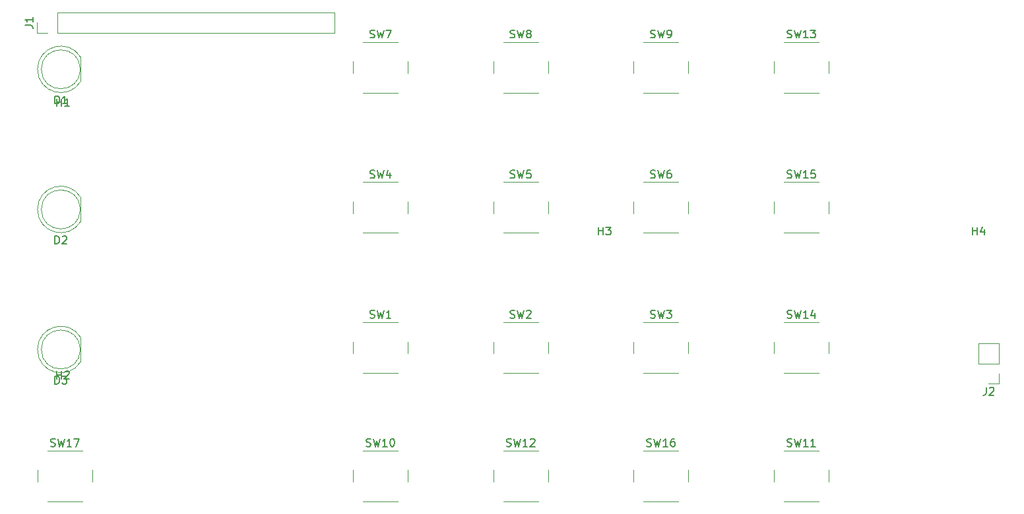
<source format=gbr>
%TF.GenerationSoftware,KiCad,Pcbnew,7.0.1-0*%
%TF.CreationDate,2024-08-11T08:47:00+01:00*%
%TF.ProjectId,Zero_1_Control_Panel,5a65726f-5f31-45f4-936f-6e74726f6c5f,rev?*%
%TF.SameCoordinates,Original*%
%TF.FileFunction,Legend,Top*%
%TF.FilePolarity,Positive*%
%FSLAX46Y46*%
G04 Gerber Fmt 4.6, Leading zero omitted, Abs format (unit mm)*
G04 Created by KiCad (PCBNEW 7.0.1-0) date 2024-08-11 08:47:00*
%MOMM*%
%LPD*%
G01*
G04 APERTURE LIST*
%ADD10C,0.150000*%
%ADD11C,0.120000*%
G04 APERTURE END LIST*
D10*
%TO.C,SW5*%
X116416667Y-73915000D02*
X116559524Y-73962619D01*
X116559524Y-73962619D02*
X116797619Y-73962619D01*
X116797619Y-73962619D02*
X116892857Y-73915000D01*
X116892857Y-73915000D02*
X116940476Y-73867380D01*
X116940476Y-73867380D02*
X116988095Y-73772142D01*
X116988095Y-73772142D02*
X116988095Y-73676904D01*
X116988095Y-73676904D02*
X116940476Y-73581666D01*
X116940476Y-73581666D02*
X116892857Y-73534047D01*
X116892857Y-73534047D02*
X116797619Y-73486428D01*
X116797619Y-73486428D02*
X116607143Y-73438809D01*
X116607143Y-73438809D02*
X116511905Y-73391190D01*
X116511905Y-73391190D02*
X116464286Y-73343571D01*
X116464286Y-73343571D02*
X116416667Y-73248333D01*
X116416667Y-73248333D02*
X116416667Y-73153095D01*
X116416667Y-73153095D02*
X116464286Y-73057857D01*
X116464286Y-73057857D02*
X116511905Y-73010238D01*
X116511905Y-73010238D02*
X116607143Y-72962619D01*
X116607143Y-72962619D02*
X116845238Y-72962619D01*
X116845238Y-72962619D02*
X116988095Y-73010238D01*
X117321429Y-72962619D02*
X117559524Y-73962619D01*
X117559524Y-73962619D02*
X117750000Y-73248333D01*
X117750000Y-73248333D02*
X117940476Y-73962619D01*
X117940476Y-73962619D02*
X118178572Y-72962619D01*
X119035714Y-72962619D02*
X118559524Y-72962619D01*
X118559524Y-72962619D02*
X118511905Y-73438809D01*
X118511905Y-73438809D02*
X118559524Y-73391190D01*
X118559524Y-73391190D02*
X118654762Y-73343571D01*
X118654762Y-73343571D02*
X118892857Y-73343571D01*
X118892857Y-73343571D02*
X118988095Y-73391190D01*
X118988095Y-73391190D02*
X119035714Y-73438809D01*
X119035714Y-73438809D02*
X119083333Y-73534047D01*
X119083333Y-73534047D02*
X119083333Y-73772142D01*
X119083333Y-73772142D02*
X119035714Y-73867380D01*
X119035714Y-73867380D02*
X118988095Y-73915000D01*
X118988095Y-73915000D02*
X118892857Y-73962619D01*
X118892857Y-73962619D02*
X118654762Y-73962619D01*
X118654762Y-73962619D02*
X118559524Y-73915000D01*
X118559524Y-73915000D02*
X118511905Y-73867380D01*
%TO.C,H1*%
X58238095Y-64762619D02*
X58238095Y-63762619D01*
X58238095Y-64238809D02*
X58809523Y-64238809D01*
X58809523Y-64762619D02*
X58809523Y-63762619D01*
X59809523Y-64762619D02*
X59238095Y-64762619D01*
X59523809Y-64762619D02*
X59523809Y-63762619D01*
X59523809Y-63762619D02*
X59428571Y-63905476D01*
X59428571Y-63905476D02*
X59333333Y-64000714D01*
X59333333Y-64000714D02*
X59238095Y-64048333D01*
%TO.C,J2*%
X177466666Y-100852619D02*
X177466666Y-101566904D01*
X177466666Y-101566904D02*
X177419047Y-101709761D01*
X177419047Y-101709761D02*
X177323809Y-101805000D01*
X177323809Y-101805000D02*
X177180952Y-101852619D01*
X177180952Y-101852619D02*
X177085714Y-101852619D01*
X177895238Y-100947857D02*
X177942857Y-100900238D01*
X177942857Y-100900238D02*
X178038095Y-100852619D01*
X178038095Y-100852619D02*
X178276190Y-100852619D01*
X178276190Y-100852619D02*
X178371428Y-100900238D01*
X178371428Y-100900238D02*
X178419047Y-100947857D01*
X178419047Y-100947857D02*
X178466666Y-101043095D01*
X178466666Y-101043095D02*
X178466666Y-101138333D01*
X178466666Y-101138333D02*
X178419047Y-101281190D01*
X178419047Y-101281190D02*
X177847619Y-101852619D01*
X177847619Y-101852619D02*
X178466666Y-101852619D01*
%TO.C,J1*%
X54132619Y-54333333D02*
X54846904Y-54333333D01*
X54846904Y-54333333D02*
X54989761Y-54380952D01*
X54989761Y-54380952D02*
X55085000Y-54476190D01*
X55085000Y-54476190D02*
X55132619Y-54619047D01*
X55132619Y-54619047D02*
X55132619Y-54714285D01*
X55132619Y-53333333D02*
X55132619Y-53904761D01*
X55132619Y-53619047D02*
X54132619Y-53619047D01*
X54132619Y-53619047D02*
X54275476Y-53714285D01*
X54275476Y-53714285D02*
X54370714Y-53809523D01*
X54370714Y-53809523D02*
X54418333Y-53904761D01*
%TO.C,SW3*%
X134416667Y-91915000D02*
X134559524Y-91962619D01*
X134559524Y-91962619D02*
X134797619Y-91962619D01*
X134797619Y-91962619D02*
X134892857Y-91915000D01*
X134892857Y-91915000D02*
X134940476Y-91867380D01*
X134940476Y-91867380D02*
X134988095Y-91772142D01*
X134988095Y-91772142D02*
X134988095Y-91676904D01*
X134988095Y-91676904D02*
X134940476Y-91581666D01*
X134940476Y-91581666D02*
X134892857Y-91534047D01*
X134892857Y-91534047D02*
X134797619Y-91486428D01*
X134797619Y-91486428D02*
X134607143Y-91438809D01*
X134607143Y-91438809D02*
X134511905Y-91391190D01*
X134511905Y-91391190D02*
X134464286Y-91343571D01*
X134464286Y-91343571D02*
X134416667Y-91248333D01*
X134416667Y-91248333D02*
X134416667Y-91153095D01*
X134416667Y-91153095D02*
X134464286Y-91057857D01*
X134464286Y-91057857D02*
X134511905Y-91010238D01*
X134511905Y-91010238D02*
X134607143Y-90962619D01*
X134607143Y-90962619D02*
X134845238Y-90962619D01*
X134845238Y-90962619D02*
X134988095Y-91010238D01*
X135321429Y-90962619D02*
X135559524Y-91962619D01*
X135559524Y-91962619D02*
X135750000Y-91248333D01*
X135750000Y-91248333D02*
X135940476Y-91962619D01*
X135940476Y-91962619D02*
X136178572Y-90962619D01*
X136464286Y-90962619D02*
X137083333Y-90962619D01*
X137083333Y-90962619D02*
X136750000Y-91343571D01*
X136750000Y-91343571D02*
X136892857Y-91343571D01*
X136892857Y-91343571D02*
X136988095Y-91391190D01*
X136988095Y-91391190D02*
X137035714Y-91438809D01*
X137035714Y-91438809D02*
X137083333Y-91534047D01*
X137083333Y-91534047D02*
X137083333Y-91772142D01*
X137083333Y-91772142D02*
X137035714Y-91867380D01*
X137035714Y-91867380D02*
X136988095Y-91915000D01*
X136988095Y-91915000D02*
X136892857Y-91962619D01*
X136892857Y-91962619D02*
X136607143Y-91962619D01*
X136607143Y-91962619D02*
X136511905Y-91915000D01*
X136511905Y-91915000D02*
X136464286Y-91867380D01*
%TO.C,SW6*%
X134416667Y-73915000D02*
X134559524Y-73962619D01*
X134559524Y-73962619D02*
X134797619Y-73962619D01*
X134797619Y-73962619D02*
X134892857Y-73915000D01*
X134892857Y-73915000D02*
X134940476Y-73867380D01*
X134940476Y-73867380D02*
X134988095Y-73772142D01*
X134988095Y-73772142D02*
X134988095Y-73676904D01*
X134988095Y-73676904D02*
X134940476Y-73581666D01*
X134940476Y-73581666D02*
X134892857Y-73534047D01*
X134892857Y-73534047D02*
X134797619Y-73486428D01*
X134797619Y-73486428D02*
X134607143Y-73438809D01*
X134607143Y-73438809D02*
X134511905Y-73391190D01*
X134511905Y-73391190D02*
X134464286Y-73343571D01*
X134464286Y-73343571D02*
X134416667Y-73248333D01*
X134416667Y-73248333D02*
X134416667Y-73153095D01*
X134416667Y-73153095D02*
X134464286Y-73057857D01*
X134464286Y-73057857D02*
X134511905Y-73010238D01*
X134511905Y-73010238D02*
X134607143Y-72962619D01*
X134607143Y-72962619D02*
X134845238Y-72962619D01*
X134845238Y-72962619D02*
X134988095Y-73010238D01*
X135321429Y-72962619D02*
X135559524Y-73962619D01*
X135559524Y-73962619D02*
X135750000Y-73248333D01*
X135750000Y-73248333D02*
X135940476Y-73962619D01*
X135940476Y-73962619D02*
X136178572Y-72962619D01*
X136988095Y-72962619D02*
X136797619Y-72962619D01*
X136797619Y-72962619D02*
X136702381Y-73010238D01*
X136702381Y-73010238D02*
X136654762Y-73057857D01*
X136654762Y-73057857D02*
X136559524Y-73200714D01*
X136559524Y-73200714D02*
X136511905Y-73391190D01*
X136511905Y-73391190D02*
X136511905Y-73772142D01*
X136511905Y-73772142D02*
X136559524Y-73867380D01*
X136559524Y-73867380D02*
X136607143Y-73915000D01*
X136607143Y-73915000D02*
X136702381Y-73962619D01*
X136702381Y-73962619D02*
X136892857Y-73962619D01*
X136892857Y-73962619D02*
X136988095Y-73915000D01*
X136988095Y-73915000D02*
X137035714Y-73867380D01*
X137035714Y-73867380D02*
X137083333Y-73772142D01*
X137083333Y-73772142D02*
X137083333Y-73534047D01*
X137083333Y-73534047D02*
X137035714Y-73438809D01*
X137035714Y-73438809D02*
X136988095Y-73391190D01*
X136988095Y-73391190D02*
X136892857Y-73343571D01*
X136892857Y-73343571D02*
X136702381Y-73343571D01*
X136702381Y-73343571D02*
X136607143Y-73391190D01*
X136607143Y-73391190D02*
X136559524Y-73438809D01*
X136559524Y-73438809D02*
X136511905Y-73534047D01*
%TO.C,SW16*%
X133940476Y-108415000D02*
X134083333Y-108462619D01*
X134083333Y-108462619D02*
X134321428Y-108462619D01*
X134321428Y-108462619D02*
X134416666Y-108415000D01*
X134416666Y-108415000D02*
X134464285Y-108367380D01*
X134464285Y-108367380D02*
X134511904Y-108272142D01*
X134511904Y-108272142D02*
X134511904Y-108176904D01*
X134511904Y-108176904D02*
X134464285Y-108081666D01*
X134464285Y-108081666D02*
X134416666Y-108034047D01*
X134416666Y-108034047D02*
X134321428Y-107986428D01*
X134321428Y-107986428D02*
X134130952Y-107938809D01*
X134130952Y-107938809D02*
X134035714Y-107891190D01*
X134035714Y-107891190D02*
X133988095Y-107843571D01*
X133988095Y-107843571D02*
X133940476Y-107748333D01*
X133940476Y-107748333D02*
X133940476Y-107653095D01*
X133940476Y-107653095D02*
X133988095Y-107557857D01*
X133988095Y-107557857D02*
X134035714Y-107510238D01*
X134035714Y-107510238D02*
X134130952Y-107462619D01*
X134130952Y-107462619D02*
X134369047Y-107462619D01*
X134369047Y-107462619D02*
X134511904Y-107510238D01*
X134845238Y-107462619D02*
X135083333Y-108462619D01*
X135083333Y-108462619D02*
X135273809Y-107748333D01*
X135273809Y-107748333D02*
X135464285Y-108462619D01*
X135464285Y-108462619D02*
X135702381Y-107462619D01*
X136607142Y-108462619D02*
X136035714Y-108462619D01*
X136321428Y-108462619D02*
X136321428Y-107462619D01*
X136321428Y-107462619D02*
X136226190Y-107605476D01*
X136226190Y-107605476D02*
X136130952Y-107700714D01*
X136130952Y-107700714D02*
X136035714Y-107748333D01*
X137464285Y-107462619D02*
X137273809Y-107462619D01*
X137273809Y-107462619D02*
X137178571Y-107510238D01*
X137178571Y-107510238D02*
X137130952Y-107557857D01*
X137130952Y-107557857D02*
X137035714Y-107700714D01*
X137035714Y-107700714D02*
X136988095Y-107891190D01*
X136988095Y-107891190D02*
X136988095Y-108272142D01*
X136988095Y-108272142D02*
X137035714Y-108367380D01*
X137035714Y-108367380D02*
X137083333Y-108415000D01*
X137083333Y-108415000D02*
X137178571Y-108462619D01*
X137178571Y-108462619D02*
X137369047Y-108462619D01*
X137369047Y-108462619D02*
X137464285Y-108415000D01*
X137464285Y-108415000D02*
X137511904Y-108367380D01*
X137511904Y-108367380D02*
X137559523Y-108272142D01*
X137559523Y-108272142D02*
X137559523Y-108034047D01*
X137559523Y-108034047D02*
X137511904Y-107938809D01*
X137511904Y-107938809D02*
X137464285Y-107891190D01*
X137464285Y-107891190D02*
X137369047Y-107843571D01*
X137369047Y-107843571D02*
X137178571Y-107843571D01*
X137178571Y-107843571D02*
X137083333Y-107891190D01*
X137083333Y-107891190D02*
X137035714Y-107938809D01*
X137035714Y-107938809D02*
X136988095Y-108034047D01*
%TO.C,SW11*%
X151940476Y-108415000D02*
X152083333Y-108462619D01*
X152083333Y-108462619D02*
X152321428Y-108462619D01*
X152321428Y-108462619D02*
X152416666Y-108415000D01*
X152416666Y-108415000D02*
X152464285Y-108367380D01*
X152464285Y-108367380D02*
X152511904Y-108272142D01*
X152511904Y-108272142D02*
X152511904Y-108176904D01*
X152511904Y-108176904D02*
X152464285Y-108081666D01*
X152464285Y-108081666D02*
X152416666Y-108034047D01*
X152416666Y-108034047D02*
X152321428Y-107986428D01*
X152321428Y-107986428D02*
X152130952Y-107938809D01*
X152130952Y-107938809D02*
X152035714Y-107891190D01*
X152035714Y-107891190D02*
X151988095Y-107843571D01*
X151988095Y-107843571D02*
X151940476Y-107748333D01*
X151940476Y-107748333D02*
X151940476Y-107653095D01*
X151940476Y-107653095D02*
X151988095Y-107557857D01*
X151988095Y-107557857D02*
X152035714Y-107510238D01*
X152035714Y-107510238D02*
X152130952Y-107462619D01*
X152130952Y-107462619D02*
X152369047Y-107462619D01*
X152369047Y-107462619D02*
X152511904Y-107510238D01*
X152845238Y-107462619D02*
X153083333Y-108462619D01*
X153083333Y-108462619D02*
X153273809Y-107748333D01*
X153273809Y-107748333D02*
X153464285Y-108462619D01*
X153464285Y-108462619D02*
X153702381Y-107462619D01*
X154607142Y-108462619D02*
X154035714Y-108462619D01*
X154321428Y-108462619D02*
X154321428Y-107462619D01*
X154321428Y-107462619D02*
X154226190Y-107605476D01*
X154226190Y-107605476D02*
X154130952Y-107700714D01*
X154130952Y-107700714D02*
X154035714Y-107748333D01*
X155559523Y-108462619D02*
X154988095Y-108462619D01*
X155273809Y-108462619D02*
X155273809Y-107462619D01*
X155273809Y-107462619D02*
X155178571Y-107605476D01*
X155178571Y-107605476D02*
X155083333Y-107700714D01*
X155083333Y-107700714D02*
X154988095Y-107748333D01*
%TO.C,SW13*%
X151940476Y-55915000D02*
X152083333Y-55962619D01*
X152083333Y-55962619D02*
X152321428Y-55962619D01*
X152321428Y-55962619D02*
X152416666Y-55915000D01*
X152416666Y-55915000D02*
X152464285Y-55867380D01*
X152464285Y-55867380D02*
X152511904Y-55772142D01*
X152511904Y-55772142D02*
X152511904Y-55676904D01*
X152511904Y-55676904D02*
X152464285Y-55581666D01*
X152464285Y-55581666D02*
X152416666Y-55534047D01*
X152416666Y-55534047D02*
X152321428Y-55486428D01*
X152321428Y-55486428D02*
X152130952Y-55438809D01*
X152130952Y-55438809D02*
X152035714Y-55391190D01*
X152035714Y-55391190D02*
X151988095Y-55343571D01*
X151988095Y-55343571D02*
X151940476Y-55248333D01*
X151940476Y-55248333D02*
X151940476Y-55153095D01*
X151940476Y-55153095D02*
X151988095Y-55057857D01*
X151988095Y-55057857D02*
X152035714Y-55010238D01*
X152035714Y-55010238D02*
X152130952Y-54962619D01*
X152130952Y-54962619D02*
X152369047Y-54962619D01*
X152369047Y-54962619D02*
X152511904Y-55010238D01*
X152845238Y-54962619D02*
X153083333Y-55962619D01*
X153083333Y-55962619D02*
X153273809Y-55248333D01*
X153273809Y-55248333D02*
X153464285Y-55962619D01*
X153464285Y-55962619D02*
X153702381Y-54962619D01*
X154607142Y-55962619D02*
X154035714Y-55962619D01*
X154321428Y-55962619D02*
X154321428Y-54962619D01*
X154321428Y-54962619D02*
X154226190Y-55105476D01*
X154226190Y-55105476D02*
X154130952Y-55200714D01*
X154130952Y-55200714D02*
X154035714Y-55248333D01*
X154940476Y-54962619D02*
X155559523Y-54962619D01*
X155559523Y-54962619D02*
X155226190Y-55343571D01*
X155226190Y-55343571D02*
X155369047Y-55343571D01*
X155369047Y-55343571D02*
X155464285Y-55391190D01*
X155464285Y-55391190D02*
X155511904Y-55438809D01*
X155511904Y-55438809D02*
X155559523Y-55534047D01*
X155559523Y-55534047D02*
X155559523Y-55772142D01*
X155559523Y-55772142D02*
X155511904Y-55867380D01*
X155511904Y-55867380D02*
X155464285Y-55915000D01*
X155464285Y-55915000D02*
X155369047Y-55962619D01*
X155369047Y-55962619D02*
X155083333Y-55962619D01*
X155083333Y-55962619D02*
X154988095Y-55915000D01*
X154988095Y-55915000D02*
X154940476Y-55867380D01*
%TO.C,SW7*%
X98416667Y-55915000D02*
X98559524Y-55962619D01*
X98559524Y-55962619D02*
X98797619Y-55962619D01*
X98797619Y-55962619D02*
X98892857Y-55915000D01*
X98892857Y-55915000D02*
X98940476Y-55867380D01*
X98940476Y-55867380D02*
X98988095Y-55772142D01*
X98988095Y-55772142D02*
X98988095Y-55676904D01*
X98988095Y-55676904D02*
X98940476Y-55581666D01*
X98940476Y-55581666D02*
X98892857Y-55534047D01*
X98892857Y-55534047D02*
X98797619Y-55486428D01*
X98797619Y-55486428D02*
X98607143Y-55438809D01*
X98607143Y-55438809D02*
X98511905Y-55391190D01*
X98511905Y-55391190D02*
X98464286Y-55343571D01*
X98464286Y-55343571D02*
X98416667Y-55248333D01*
X98416667Y-55248333D02*
X98416667Y-55153095D01*
X98416667Y-55153095D02*
X98464286Y-55057857D01*
X98464286Y-55057857D02*
X98511905Y-55010238D01*
X98511905Y-55010238D02*
X98607143Y-54962619D01*
X98607143Y-54962619D02*
X98845238Y-54962619D01*
X98845238Y-54962619D02*
X98988095Y-55010238D01*
X99321429Y-54962619D02*
X99559524Y-55962619D01*
X99559524Y-55962619D02*
X99750000Y-55248333D01*
X99750000Y-55248333D02*
X99940476Y-55962619D01*
X99940476Y-55962619D02*
X100178572Y-54962619D01*
X100464286Y-54962619D02*
X101130952Y-54962619D01*
X101130952Y-54962619D02*
X100702381Y-55962619D01*
%TO.C,SW12*%
X115940476Y-108415000D02*
X116083333Y-108462619D01*
X116083333Y-108462619D02*
X116321428Y-108462619D01*
X116321428Y-108462619D02*
X116416666Y-108415000D01*
X116416666Y-108415000D02*
X116464285Y-108367380D01*
X116464285Y-108367380D02*
X116511904Y-108272142D01*
X116511904Y-108272142D02*
X116511904Y-108176904D01*
X116511904Y-108176904D02*
X116464285Y-108081666D01*
X116464285Y-108081666D02*
X116416666Y-108034047D01*
X116416666Y-108034047D02*
X116321428Y-107986428D01*
X116321428Y-107986428D02*
X116130952Y-107938809D01*
X116130952Y-107938809D02*
X116035714Y-107891190D01*
X116035714Y-107891190D02*
X115988095Y-107843571D01*
X115988095Y-107843571D02*
X115940476Y-107748333D01*
X115940476Y-107748333D02*
X115940476Y-107653095D01*
X115940476Y-107653095D02*
X115988095Y-107557857D01*
X115988095Y-107557857D02*
X116035714Y-107510238D01*
X116035714Y-107510238D02*
X116130952Y-107462619D01*
X116130952Y-107462619D02*
X116369047Y-107462619D01*
X116369047Y-107462619D02*
X116511904Y-107510238D01*
X116845238Y-107462619D02*
X117083333Y-108462619D01*
X117083333Y-108462619D02*
X117273809Y-107748333D01*
X117273809Y-107748333D02*
X117464285Y-108462619D01*
X117464285Y-108462619D02*
X117702381Y-107462619D01*
X118607142Y-108462619D02*
X118035714Y-108462619D01*
X118321428Y-108462619D02*
X118321428Y-107462619D01*
X118321428Y-107462619D02*
X118226190Y-107605476D01*
X118226190Y-107605476D02*
X118130952Y-107700714D01*
X118130952Y-107700714D02*
X118035714Y-107748333D01*
X118988095Y-107557857D02*
X119035714Y-107510238D01*
X119035714Y-107510238D02*
X119130952Y-107462619D01*
X119130952Y-107462619D02*
X119369047Y-107462619D01*
X119369047Y-107462619D02*
X119464285Y-107510238D01*
X119464285Y-107510238D02*
X119511904Y-107557857D01*
X119511904Y-107557857D02*
X119559523Y-107653095D01*
X119559523Y-107653095D02*
X119559523Y-107748333D01*
X119559523Y-107748333D02*
X119511904Y-107891190D01*
X119511904Y-107891190D02*
X118940476Y-108462619D01*
X118940476Y-108462619D02*
X119559523Y-108462619D01*
%TO.C,SW17*%
X57440476Y-108415000D02*
X57583333Y-108462619D01*
X57583333Y-108462619D02*
X57821428Y-108462619D01*
X57821428Y-108462619D02*
X57916666Y-108415000D01*
X57916666Y-108415000D02*
X57964285Y-108367380D01*
X57964285Y-108367380D02*
X58011904Y-108272142D01*
X58011904Y-108272142D02*
X58011904Y-108176904D01*
X58011904Y-108176904D02*
X57964285Y-108081666D01*
X57964285Y-108081666D02*
X57916666Y-108034047D01*
X57916666Y-108034047D02*
X57821428Y-107986428D01*
X57821428Y-107986428D02*
X57630952Y-107938809D01*
X57630952Y-107938809D02*
X57535714Y-107891190D01*
X57535714Y-107891190D02*
X57488095Y-107843571D01*
X57488095Y-107843571D02*
X57440476Y-107748333D01*
X57440476Y-107748333D02*
X57440476Y-107653095D01*
X57440476Y-107653095D02*
X57488095Y-107557857D01*
X57488095Y-107557857D02*
X57535714Y-107510238D01*
X57535714Y-107510238D02*
X57630952Y-107462619D01*
X57630952Y-107462619D02*
X57869047Y-107462619D01*
X57869047Y-107462619D02*
X58011904Y-107510238D01*
X58345238Y-107462619D02*
X58583333Y-108462619D01*
X58583333Y-108462619D02*
X58773809Y-107748333D01*
X58773809Y-107748333D02*
X58964285Y-108462619D01*
X58964285Y-108462619D02*
X59202381Y-107462619D01*
X60107142Y-108462619D02*
X59535714Y-108462619D01*
X59821428Y-108462619D02*
X59821428Y-107462619D01*
X59821428Y-107462619D02*
X59726190Y-107605476D01*
X59726190Y-107605476D02*
X59630952Y-107700714D01*
X59630952Y-107700714D02*
X59535714Y-107748333D01*
X60440476Y-107462619D02*
X61107142Y-107462619D01*
X61107142Y-107462619D02*
X60678571Y-108462619D01*
%TO.C,H4*%
X175738095Y-81262619D02*
X175738095Y-80262619D01*
X175738095Y-80738809D02*
X176309523Y-80738809D01*
X176309523Y-81262619D02*
X176309523Y-80262619D01*
X177214285Y-80595952D02*
X177214285Y-81262619D01*
X176976190Y-80215000D02*
X176738095Y-80929285D01*
X176738095Y-80929285D02*
X177357142Y-80929285D01*
%TO.C,D1*%
X57991905Y-64422619D02*
X57991905Y-63422619D01*
X57991905Y-63422619D02*
X58230000Y-63422619D01*
X58230000Y-63422619D02*
X58372857Y-63470238D01*
X58372857Y-63470238D02*
X58468095Y-63565476D01*
X58468095Y-63565476D02*
X58515714Y-63660714D01*
X58515714Y-63660714D02*
X58563333Y-63851190D01*
X58563333Y-63851190D02*
X58563333Y-63994047D01*
X58563333Y-63994047D02*
X58515714Y-64184523D01*
X58515714Y-64184523D02*
X58468095Y-64279761D01*
X58468095Y-64279761D02*
X58372857Y-64375000D01*
X58372857Y-64375000D02*
X58230000Y-64422619D01*
X58230000Y-64422619D02*
X57991905Y-64422619D01*
X59515714Y-64422619D02*
X58944286Y-64422619D01*
X59230000Y-64422619D02*
X59230000Y-63422619D01*
X59230000Y-63422619D02*
X59134762Y-63565476D01*
X59134762Y-63565476D02*
X59039524Y-63660714D01*
X59039524Y-63660714D02*
X58944286Y-63708333D01*
%TO.C,SW14*%
X151940476Y-91915000D02*
X152083333Y-91962619D01*
X152083333Y-91962619D02*
X152321428Y-91962619D01*
X152321428Y-91962619D02*
X152416666Y-91915000D01*
X152416666Y-91915000D02*
X152464285Y-91867380D01*
X152464285Y-91867380D02*
X152511904Y-91772142D01*
X152511904Y-91772142D02*
X152511904Y-91676904D01*
X152511904Y-91676904D02*
X152464285Y-91581666D01*
X152464285Y-91581666D02*
X152416666Y-91534047D01*
X152416666Y-91534047D02*
X152321428Y-91486428D01*
X152321428Y-91486428D02*
X152130952Y-91438809D01*
X152130952Y-91438809D02*
X152035714Y-91391190D01*
X152035714Y-91391190D02*
X151988095Y-91343571D01*
X151988095Y-91343571D02*
X151940476Y-91248333D01*
X151940476Y-91248333D02*
X151940476Y-91153095D01*
X151940476Y-91153095D02*
X151988095Y-91057857D01*
X151988095Y-91057857D02*
X152035714Y-91010238D01*
X152035714Y-91010238D02*
X152130952Y-90962619D01*
X152130952Y-90962619D02*
X152369047Y-90962619D01*
X152369047Y-90962619D02*
X152511904Y-91010238D01*
X152845238Y-90962619D02*
X153083333Y-91962619D01*
X153083333Y-91962619D02*
X153273809Y-91248333D01*
X153273809Y-91248333D02*
X153464285Y-91962619D01*
X153464285Y-91962619D02*
X153702381Y-90962619D01*
X154607142Y-91962619D02*
X154035714Y-91962619D01*
X154321428Y-91962619D02*
X154321428Y-90962619D01*
X154321428Y-90962619D02*
X154226190Y-91105476D01*
X154226190Y-91105476D02*
X154130952Y-91200714D01*
X154130952Y-91200714D02*
X154035714Y-91248333D01*
X155464285Y-91295952D02*
X155464285Y-91962619D01*
X155226190Y-90915000D02*
X154988095Y-91629285D01*
X154988095Y-91629285D02*
X155607142Y-91629285D01*
%TO.C,SW2*%
X116416667Y-91915000D02*
X116559524Y-91962619D01*
X116559524Y-91962619D02*
X116797619Y-91962619D01*
X116797619Y-91962619D02*
X116892857Y-91915000D01*
X116892857Y-91915000D02*
X116940476Y-91867380D01*
X116940476Y-91867380D02*
X116988095Y-91772142D01*
X116988095Y-91772142D02*
X116988095Y-91676904D01*
X116988095Y-91676904D02*
X116940476Y-91581666D01*
X116940476Y-91581666D02*
X116892857Y-91534047D01*
X116892857Y-91534047D02*
X116797619Y-91486428D01*
X116797619Y-91486428D02*
X116607143Y-91438809D01*
X116607143Y-91438809D02*
X116511905Y-91391190D01*
X116511905Y-91391190D02*
X116464286Y-91343571D01*
X116464286Y-91343571D02*
X116416667Y-91248333D01*
X116416667Y-91248333D02*
X116416667Y-91153095D01*
X116416667Y-91153095D02*
X116464286Y-91057857D01*
X116464286Y-91057857D02*
X116511905Y-91010238D01*
X116511905Y-91010238D02*
X116607143Y-90962619D01*
X116607143Y-90962619D02*
X116845238Y-90962619D01*
X116845238Y-90962619D02*
X116988095Y-91010238D01*
X117321429Y-90962619D02*
X117559524Y-91962619D01*
X117559524Y-91962619D02*
X117750000Y-91248333D01*
X117750000Y-91248333D02*
X117940476Y-91962619D01*
X117940476Y-91962619D02*
X118178572Y-90962619D01*
X118511905Y-91057857D02*
X118559524Y-91010238D01*
X118559524Y-91010238D02*
X118654762Y-90962619D01*
X118654762Y-90962619D02*
X118892857Y-90962619D01*
X118892857Y-90962619D02*
X118988095Y-91010238D01*
X118988095Y-91010238D02*
X119035714Y-91057857D01*
X119035714Y-91057857D02*
X119083333Y-91153095D01*
X119083333Y-91153095D02*
X119083333Y-91248333D01*
X119083333Y-91248333D02*
X119035714Y-91391190D01*
X119035714Y-91391190D02*
X118464286Y-91962619D01*
X118464286Y-91962619D02*
X119083333Y-91962619D01*
%TO.C,H3*%
X127738095Y-81262619D02*
X127738095Y-80262619D01*
X127738095Y-80738809D02*
X128309523Y-80738809D01*
X128309523Y-81262619D02*
X128309523Y-80262619D01*
X128690476Y-80262619D02*
X129309523Y-80262619D01*
X129309523Y-80262619D02*
X128976190Y-80643571D01*
X128976190Y-80643571D02*
X129119047Y-80643571D01*
X129119047Y-80643571D02*
X129214285Y-80691190D01*
X129214285Y-80691190D02*
X129261904Y-80738809D01*
X129261904Y-80738809D02*
X129309523Y-80834047D01*
X129309523Y-80834047D02*
X129309523Y-81072142D01*
X129309523Y-81072142D02*
X129261904Y-81167380D01*
X129261904Y-81167380D02*
X129214285Y-81215000D01*
X129214285Y-81215000D02*
X129119047Y-81262619D01*
X129119047Y-81262619D02*
X128833333Y-81262619D01*
X128833333Y-81262619D02*
X128738095Y-81215000D01*
X128738095Y-81215000D02*
X128690476Y-81167380D01*
%TO.C,SW15*%
X151940476Y-73915000D02*
X152083333Y-73962619D01*
X152083333Y-73962619D02*
X152321428Y-73962619D01*
X152321428Y-73962619D02*
X152416666Y-73915000D01*
X152416666Y-73915000D02*
X152464285Y-73867380D01*
X152464285Y-73867380D02*
X152511904Y-73772142D01*
X152511904Y-73772142D02*
X152511904Y-73676904D01*
X152511904Y-73676904D02*
X152464285Y-73581666D01*
X152464285Y-73581666D02*
X152416666Y-73534047D01*
X152416666Y-73534047D02*
X152321428Y-73486428D01*
X152321428Y-73486428D02*
X152130952Y-73438809D01*
X152130952Y-73438809D02*
X152035714Y-73391190D01*
X152035714Y-73391190D02*
X151988095Y-73343571D01*
X151988095Y-73343571D02*
X151940476Y-73248333D01*
X151940476Y-73248333D02*
X151940476Y-73153095D01*
X151940476Y-73153095D02*
X151988095Y-73057857D01*
X151988095Y-73057857D02*
X152035714Y-73010238D01*
X152035714Y-73010238D02*
X152130952Y-72962619D01*
X152130952Y-72962619D02*
X152369047Y-72962619D01*
X152369047Y-72962619D02*
X152511904Y-73010238D01*
X152845238Y-72962619D02*
X153083333Y-73962619D01*
X153083333Y-73962619D02*
X153273809Y-73248333D01*
X153273809Y-73248333D02*
X153464285Y-73962619D01*
X153464285Y-73962619D02*
X153702381Y-72962619D01*
X154607142Y-73962619D02*
X154035714Y-73962619D01*
X154321428Y-73962619D02*
X154321428Y-72962619D01*
X154321428Y-72962619D02*
X154226190Y-73105476D01*
X154226190Y-73105476D02*
X154130952Y-73200714D01*
X154130952Y-73200714D02*
X154035714Y-73248333D01*
X155511904Y-72962619D02*
X155035714Y-72962619D01*
X155035714Y-72962619D02*
X154988095Y-73438809D01*
X154988095Y-73438809D02*
X155035714Y-73391190D01*
X155035714Y-73391190D02*
X155130952Y-73343571D01*
X155130952Y-73343571D02*
X155369047Y-73343571D01*
X155369047Y-73343571D02*
X155464285Y-73391190D01*
X155464285Y-73391190D02*
X155511904Y-73438809D01*
X155511904Y-73438809D02*
X155559523Y-73534047D01*
X155559523Y-73534047D02*
X155559523Y-73772142D01*
X155559523Y-73772142D02*
X155511904Y-73867380D01*
X155511904Y-73867380D02*
X155464285Y-73915000D01*
X155464285Y-73915000D02*
X155369047Y-73962619D01*
X155369047Y-73962619D02*
X155130952Y-73962619D01*
X155130952Y-73962619D02*
X155035714Y-73915000D01*
X155035714Y-73915000D02*
X154988095Y-73867380D01*
%TO.C,SW9*%
X134416667Y-55915000D02*
X134559524Y-55962619D01*
X134559524Y-55962619D02*
X134797619Y-55962619D01*
X134797619Y-55962619D02*
X134892857Y-55915000D01*
X134892857Y-55915000D02*
X134940476Y-55867380D01*
X134940476Y-55867380D02*
X134988095Y-55772142D01*
X134988095Y-55772142D02*
X134988095Y-55676904D01*
X134988095Y-55676904D02*
X134940476Y-55581666D01*
X134940476Y-55581666D02*
X134892857Y-55534047D01*
X134892857Y-55534047D02*
X134797619Y-55486428D01*
X134797619Y-55486428D02*
X134607143Y-55438809D01*
X134607143Y-55438809D02*
X134511905Y-55391190D01*
X134511905Y-55391190D02*
X134464286Y-55343571D01*
X134464286Y-55343571D02*
X134416667Y-55248333D01*
X134416667Y-55248333D02*
X134416667Y-55153095D01*
X134416667Y-55153095D02*
X134464286Y-55057857D01*
X134464286Y-55057857D02*
X134511905Y-55010238D01*
X134511905Y-55010238D02*
X134607143Y-54962619D01*
X134607143Y-54962619D02*
X134845238Y-54962619D01*
X134845238Y-54962619D02*
X134988095Y-55010238D01*
X135321429Y-54962619D02*
X135559524Y-55962619D01*
X135559524Y-55962619D02*
X135750000Y-55248333D01*
X135750000Y-55248333D02*
X135940476Y-55962619D01*
X135940476Y-55962619D02*
X136178572Y-54962619D01*
X136607143Y-55962619D02*
X136797619Y-55962619D01*
X136797619Y-55962619D02*
X136892857Y-55915000D01*
X136892857Y-55915000D02*
X136940476Y-55867380D01*
X136940476Y-55867380D02*
X137035714Y-55724523D01*
X137035714Y-55724523D02*
X137083333Y-55534047D01*
X137083333Y-55534047D02*
X137083333Y-55153095D01*
X137083333Y-55153095D02*
X137035714Y-55057857D01*
X137035714Y-55057857D02*
X136988095Y-55010238D01*
X136988095Y-55010238D02*
X136892857Y-54962619D01*
X136892857Y-54962619D02*
X136702381Y-54962619D01*
X136702381Y-54962619D02*
X136607143Y-55010238D01*
X136607143Y-55010238D02*
X136559524Y-55057857D01*
X136559524Y-55057857D02*
X136511905Y-55153095D01*
X136511905Y-55153095D02*
X136511905Y-55391190D01*
X136511905Y-55391190D02*
X136559524Y-55486428D01*
X136559524Y-55486428D02*
X136607143Y-55534047D01*
X136607143Y-55534047D02*
X136702381Y-55581666D01*
X136702381Y-55581666D02*
X136892857Y-55581666D01*
X136892857Y-55581666D02*
X136988095Y-55534047D01*
X136988095Y-55534047D02*
X137035714Y-55486428D01*
X137035714Y-55486428D02*
X137083333Y-55391190D01*
%TO.C,SW1*%
X98416667Y-91915000D02*
X98559524Y-91962619D01*
X98559524Y-91962619D02*
X98797619Y-91962619D01*
X98797619Y-91962619D02*
X98892857Y-91915000D01*
X98892857Y-91915000D02*
X98940476Y-91867380D01*
X98940476Y-91867380D02*
X98988095Y-91772142D01*
X98988095Y-91772142D02*
X98988095Y-91676904D01*
X98988095Y-91676904D02*
X98940476Y-91581666D01*
X98940476Y-91581666D02*
X98892857Y-91534047D01*
X98892857Y-91534047D02*
X98797619Y-91486428D01*
X98797619Y-91486428D02*
X98607143Y-91438809D01*
X98607143Y-91438809D02*
X98511905Y-91391190D01*
X98511905Y-91391190D02*
X98464286Y-91343571D01*
X98464286Y-91343571D02*
X98416667Y-91248333D01*
X98416667Y-91248333D02*
X98416667Y-91153095D01*
X98416667Y-91153095D02*
X98464286Y-91057857D01*
X98464286Y-91057857D02*
X98511905Y-91010238D01*
X98511905Y-91010238D02*
X98607143Y-90962619D01*
X98607143Y-90962619D02*
X98845238Y-90962619D01*
X98845238Y-90962619D02*
X98988095Y-91010238D01*
X99321429Y-90962619D02*
X99559524Y-91962619D01*
X99559524Y-91962619D02*
X99750000Y-91248333D01*
X99750000Y-91248333D02*
X99940476Y-91962619D01*
X99940476Y-91962619D02*
X100178572Y-90962619D01*
X101083333Y-91962619D02*
X100511905Y-91962619D01*
X100797619Y-91962619D02*
X100797619Y-90962619D01*
X100797619Y-90962619D02*
X100702381Y-91105476D01*
X100702381Y-91105476D02*
X100607143Y-91200714D01*
X100607143Y-91200714D02*
X100511905Y-91248333D01*
%TO.C,D2*%
X57991905Y-82422619D02*
X57991905Y-81422619D01*
X57991905Y-81422619D02*
X58230000Y-81422619D01*
X58230000Y-81422619D02*
X58372857Y-81470238D01*
X58372857Y-81470238D02*
X58468095Y-81565476D01*
X58468095Y-81565476D02*
X58515714Y-81660714D01*
X58515714Y-81660714D02*
X58563333Y-81851190D01*
X58563333Y-81851190D02*
X58563333Y-81994047D01*
X58563333Y-81994047D02*
X58515714Y-82184523D01*
X58515714Y-82184523D02*
X58468095Y-82279761D01*
X58468095Y-82279761D02*
X58372857Y-82375000D01*
X58372857Y-82375000D02*
X58230000Y-82422619D01*
X58230000Y-82422619D02*
X57991905Y-82422619D01*
X58944286Y-81517857D02*
X58991905Y-81470238D01*
X58991905Y-81470238D02*
X59087143Y-81422619D01*
X59087143Y-81422619D02*
X59325238Y-81422619D01*
X59325238Y-81422619D02*
X59420476Y-81470238D01*
X59420476Y-81470238D02*
X59468095Y-81517857D01*
X59468095Y-81517857D02*
X59515714Y-81613095D01*
X59515714Y-81613095D02*
X59515714Y-81708333D01*
X59515714Y-81708333D02*
X59468095Y-81851190D01*
X59468095Y-81851190D02*
X58896667Y-82422619D01*
X58896667Y-82422619D02*
X59515714Y-82422619D01*
%TO.C,H2*%
X58238095Y-99762619D02*
X58238095Y-98762619D01*
X58238095Y-99238809D02*
X58809523Y-99238809D01*
X58809523Y-99762619D02*
X58809523Y-98762619D01*
X59238095Y-98857857D02*
X59285714Y-98810238D01*
X59285714Y-98810238D02*
X59380952Y-98762619D01*
X59380952Y-98762619D02*
X59619047Y-98762619D01*
X59619047Y-98762619D02*
X59714285Y-98810238D01*
X59714285Y-98810238D02*
X59761904Y-98857857D01*
X59761904Y-98857857D02*
X59809523Y-98953095D01*
X59809523Y-98953095D02*
X59809523Y-99048333D01*
X59809523Y-99048333D02*
X59761904Y-99191190D01*
X59761904Y-99191190D02*
X59190476Y-99762619D01*
X59190476Y-99762619D02*
X59809523Y-99762619D01*
%TO.C,SW10*%
X97940476Y-108415000D02*
X98083333Y-108462619D01*
X98083333Y-108462619D02*
X98321428Y-108462619D01*
X98321428Y-108462619D02*
X98416666Y-108415000D01*
X98416666Y-108415000D02*
X98464285Y-108367380D01*
X98464285Y-108367380D02*
X98511904Y-108272142D01*
X98511904Y-108272142D02*
X98511904Y-108176904D01*
X98511904Y-108176904D02*
X98464285Y-108081666D01*
X98464285Y-108081666D02*
X98416666Y-108034047D01*
X98416666Y-108034047D02*
X98321428Y-107986428D01*
X98321428Y-107986428D02*
X98130952Y-107938809D01*
X98130952Y-107938809D02*
X98035714Y-107891190D01*
X98035714Y-107891190D02*
X97988095Y-107843571D01*
X97988095Y-107843571D02*
X97940476Y-107748333D01*
X97940476Y-107748333D02*
X97940476Y-107653095D01*
X97940476Y-107653095D02*
X97988095Y-107557857D01*
X97988095Y-107557857D02*
X98035714Y-107510238D01*
X98035714Y-107510238D02*
X98130952Y-107462619D01*
X98130952Y-107462619D02*
X98369047Y-107462619D01*
X98369047Y-107462619D02*
X98511904Y-107510238D01*
X98845238Y-107462619D02*
X99083333Y-108462619D01*
X99083333Y-108462619D02*
X99273809Y-107748333D01*
X99273809Y-107748333D02*
X99464285Y-108462619D01*
X99464285Y-108462619D02*
X99702381Y-107462619D01*
X100607142Y-108462619D02*
X100035714Y-108462619D01*
X100321428Y-108462619D02*
X100321428Y-107462619D01*
X100321428Y-107462619D02*
X100226190Y-107605476D01*
X100226190Y-107605476D02*
X100130952Y-107700714D01*
X100130952Y-107700714D02*
X100035714Y-107748333D01*
X101226190Y-107462619D02*
X101321428Y-107462619D01*
X101321428Y-107462619D02*
X101416666Y-107510238D01*
X101416666Y-107510238D02*
X101464285Y-107557857D01*
X101464285Y-107557857D02*
X101511904Y-107653095D01*
X101511904Y-107653095D02*
X101559523Y-107843571D01*
X101559523Y-107843571D02*
X101559523Y-108081666D01*
X101559523Y-108081666D02*
X101511904Y-108272142D01*
X101511904Y-108272142D02*
X101464285Y-108367380D01*
X101464285Y-108367380D02*
X101416666Y-108415000D01*
X101416666Y-108415000D02*
X101321428Y-108462619D01*
X101321428Y-108462619D02*
X101226190Y-108462619D01*
X101226190Y-108462619D02*
X101130952Y-108415000D01*
X101130952Y-108415000D02*
X101083333Y-108367380D01*
X101083333Y-108367380D02*
X101035714Y-108272142D01*
X101035714Y-108272142D02*
X100988095Y-108081666D01*
X100988095Y-108081666D02*
X100988095Y-107843571D01*
X100988095Y-107843571D02*
X101035714Y-107653095D01*
X101035714Y-107653095D02*
X101083333Y-107557857D01*
X101083333Y-107557857D02*
X101130952Y-107510238D01*
X101130952Y-107510238D02*
X101226190Y-107462619D01*
%TO.C,D3*%
X57991905Y-100422619D02*
X57991905Y-99422619D01*
X57991905Y-99422619D02*
X58230000Y-99422619D01*
X58230000Y-99422619D02*
X58372857Y-99470238D01*
X58372857Y-99470238D02*
X58468095Y-99565476D01*
X58468095Y-99565476D02*
X58515714Y-99660714D01*
X58515714Y-99660714D02*
X58563333Y-99851190D01*
X58563333Y-99851190D02*
X58563333Y-99994047D01*
X58563333Y-99994047D02*
X58515714Y-100184523D01*
X58515714Y-100184523D02*
X58468095Y-100279761D01*
X58468095Y-100279761D02*
X58372857Y-100375000D01*
X58372857Y-100375000D02*
X58230000Y-100422619D01*
X58230000Y-100422619D02*
X57991905Y-100422619D01*
X58896667Y-99422619D02*
X59515714Y-99422619D01*
X59515714Y-99422619D02*
X59182381Y-99803571D01*
X59182381Y-99803571D02*
X59325238Y-99803571D01*
X59325238Y-99803571D02*
X59420476Y-99851190D01*
X59420476Y-99851190D02*
X59468095Y-99898809D01*
X59468095Y-99898809D02*
X59515714Y-99994047D01*
X59515714Y-99994047D02*
X59515714Y-100232142D01*
X59515714Y-100232142D02*
X59468095Y-100327380D01*
X59468095Y-100327380D02*
X59420476Y-100375000D01*
X59420476Y-100375000D02*
X59325238Y-100422619D01*
X59325238Y-100422619D02*
X59039524Y-100422619D01*
X59039524Y-100422619D02*
X58944286Y-100375000D01*
X58944286Y-100375000D02*
X58896667Y-100327380D01*
%TO.C,SW4*%
X98416667Y-73915000D02*
X98559524Y-73962619D01*
X98559524Y-73962619D02*
X98797619Y-73962619D01*
X98797619Y-73962619D02*
X98892857Y-73915000D01*
X98892857Y-73915000D02*
X98940476Y-73867380D01*
X98940476Y-73867380D02*
X98988095Y-73772142D01*
X98988095Y-73772142D02*
X98988095Y-73676904D01*
X98988095Y-73676904D02*
X98940476Y-73581666D01*
X98940476Y-73581666D02*
X98892857Y-73534047D01*
X98892857Y-73534047D02*
X98797619Y-73486428D01*
X98797619Y-73486428D02*
X98607143Y-73438809D01*
X98607143Y-73438809D02*
X98511905Y-73391190D01*
X98511905Y-73391190D02*
X98464286Y-73343571D01*
X98464286Y-73343571D02*
X98416667Y-73248333D01*
X98416667Y-73248333D02*
X98416667Y-73153095D01*
X98416667Y-73153095D02*
X98464286Y-73057857D01*
X98464286Y-73057857D02*
X98511905Y-73010238D01*
X98511905Y-73010238D02*
X98607143Y-72962619D01*
X98607143Y-72962619D02*
X98845238Y-72962619D01*
X98845238Y-72962619D02*
X98988095Y-73010238D01*
X99321429Y-72962619D02*
X99559524Y-73962619D01*
X99559524Y-73962619D02*
X99750000Y-73248333D01*
X99750000Y-73248333D02*
X99940476Y-73962619D01*
X99940476Y-73962619D02*
X100178572Y-72962619D01*
X100988095Y-73295952D02*
X100988095Y-73962619D01*
X100750000Y-72915000D02*
X100511905Y-73629285D01*
X100511905Y-73629285D02*
X101130952Y-73629285D01*
%TO.C,SW8*%
X116416667Y-55915000D02*
X116559524Y-55962619D01*
X116559524Y-55962619D02*
X116797619Y-55962619D01*
X116797619Y-55962619D02*
X116892857Y-55915000D01*
X116892857Y-55915000D02*
X116940476Y-55867380D01*
X116940476Y-55867380D02*
X116988095Y-55772142D01*
X116988095Y-55772142D02*
X116988095Y-55676904D01*
X116988095Y-55676904D02*
X116940476Y-55581666D01*
X116940476Y-55581666D02*
X116892857Y-55534047D01*
X116892857Y-55534047D02*
X116797619Y-55486428D01*
X116797619Y-55486428D02*
X116607143Y-55438809D01*
X116607143Y-55438809D02*
X116511905Y-55391190D01*
X116511905Y-55391190D02*
X116464286Y-55343571D01*
X116464286Y-55343571D02*
X116416667Y-55248333D01*
X116416667Y-55248333D02*
X116416667Y-55153095D01*
X116416667Y-55153095D02*
X116464286Y-55057857D01*
X116464286Y-55057857D02*
X116511905Y-55010238D01*
X116511905Y-55010238D02*
X116607143Y-54962619D01*
X116607143Y-54962619D02*
X116845238Y-54962619D01*
X116845238Y-54962619D02*
X116988095Y-55010238D01*
X117321429Y-54962619D02*
X117559524Y-55962619D01*
X117559524Y-55962619D02*
X117750000Y-55248333D01*
X117750000Y-55248333D02*
X117940476Y-55962619D01*
X117940476Y-55962619D02*
X118178572Y-54962619D01*
X118702381Y-55391190D02*
X118607143Y-55343571D01*
X118607143Y-55343571D02*
X118559524Y-55295952D01*
X118559524Y-55295952D02*
X118511905Y-55200714D01*
X118511905Y-55200714D02*
X118511905Y-55153095D01*
X118511905Y-55153095D02*
X118559524Y-55057857D01*
X118559524Y-55057857D02*
X118607143Y-55010238D01*
X118607143Y-55010238D02*
X118702381Y-54962619D01*
X118702381Y-54962619D02*
X118892857Y-54962619D01*
X118892857Y-54962619D02*
X118988095Y-55010238D01*
X118988095Y-55010238D02*
X119035714Y-55057857D01*
X119035714Y-55057857D02*
X119083333Y-55153095D01*
X119083333Y-55153095D02*
X119083333Y-55200714D01*
X119083333Y-55200714D02*
X119035714Y-55295952D01*
X119035714Y-55295952D02*
X118988095Y-55343571D01*
X118988095Y-55343571D02*
X118892857Y-55391190D01*
X118892857Y-55391190D02*
X118702381Y-55391190D01*
X118702381Y-55391190D02*
X118607143Y-55438809D01*
X118607143Y-55438809D02*
X118559524Y-55486428D01*
X118559524Y-55486428D02*
X118511905Y-55581666D01*
X118511905Y-55581666D02*
X118511905Y-55772142D01*
X118511905Y-55772142D02*
X118559524Y-55867380D01*
X118559524Y-55867380D02*
X118607143Y-55915000D01*
X118607143Y-55915000D02*
X118702381Y-55962619D01*
X118702381Y-55962619D02*
X118892857Y-55962619D01*
X118892857Y-55962619D02*
X118988095Y-55915000D01*
X118988095Y-55915000D02*
X119035714Y-55867380D01*
X119035714Y-55867380D02*
X119083333Y-55772142D01*
X119083333Y-55772142D02*
X119083333Y-55581666D01*
X119083333Y-55581666D02*
X119035714Y-55486428D01*
X119035714Y-55486428D02*
X118988095Y-55438809D01*
X118988095Y-55438809D02*
X118892857Y-55391190D01*
D11*
%TO.C,SW5*%
X114250000Y-77000000D02*
X114250000Y-78500000D01*
X115500000Y-81000000D02*
X120000000Y-81000000D01*
X120000000Y-74500000D02*
X115500000Y-74500000D01*
X121250000Y-78500000D02*
X121250000Y-77000000D01*
%TO.C,J2*%
X179130000Y-100390000D02*
X177800000Y-100390000D01*
X179130000Y-99060000D02*
X179130000Y-100390000D01*
X179130000Y-97790000D02*
X179130000Y-95190000D01*
X179130000Y-97790000D02*
X176470000Y-97790000D01*
X179130000Y-95190000D02*
X176470000Y-95190000D01*
X176470000Y-97790000D02*
X176470000Y-95190000D01*
%TO.C,J1*%
X55670000Y-55330000D02*
X55670000Y-54000000D01*
X57000000Y-55330000D02*
X55670000Y-55330000D01*
X58270000Y-55330000D02*
X93890000Y-55330000D01*
X58270000Y-55330000D02*
X58270000Y-52670000D01*
X93890000Y-55330000D02*
X93890000Y-52670000D01*
X58270000Y-52670000D02*
X93890000Y-52670000D01*
%TO.C,SW3*%
X132250000Y-95000000D02*
X132250000Y-96500000D01*
X133500000Y-99000000D02*
X138000000Y-99000000D01*
X138000000Y-92500000D02*
X133500000Y-92500000D01*
X139250000Y-96500000D02*
X139250000Y-95000000D01*
%TO.C,SW6*%
X132250000Y-77000000D02*
X132250000Y-78500000D01*
X133500000Y-81000000D02*
X138000000Y-81000000D01*
X138000000Y-74500000D02*
X133500000Y-74500000D01*
X139250000Y-78500000D02*
X139250000Y-77000000D01*
%TO.C,SW16*%
X132250000Y-111500000D02*
X132250000Y-113000000D01*
X133500000Y-115500000D02*
X138000000Y-115500000D01*
X138000000Y-109000000D02*
X133500000Y-109000000D01*
X139250000Y-113000000D02*
X139250000Y-111500000D01*
%TO.C,SW11*%
X150250000Y-111500000D02*
X150250000Y-113000000D01*
X151500000Y-115500000D02*
X156000000Y-115500000D01*
X156000000Y-109000000D02*
X151500000Y-109000000D01*
X157250000Y-113000000D02*
X157250000Y-111500000D01*
%TO.C,SW13*%
X150250000Y-59000000D02*
X150250000Y-60500000D01*
X151500000Y-63000000D02*
X156000000Y-63000000D01*
X156000000Y-56500000D02*
X151500000Y-56500000D01*
X157250000Y-60500000D02*
X157250000Y-59000000D01*
%TO.C,SW7*%
X96250000Y-59000000D02*
X96250000Y-60500000D01*
X97500000Y-63000000D02*
X102000000Y-63000000D01*
X102000000Y-56500000D02*
X97500000Y-56500000D01*
X103250000Y-60500000D02*
X103250000Y-59000000D01*
%TO.C,SW12*%
X114250000Y-111500000D02*
X114250000Y-113000000D01*
X115500000Y-115500000D02*
X120000000Y-115500000D01*
X120000000Y-109000000D02*
X115500000Y-109000000D01*
X121250000Y-113000000D02*
X121250000Y-111500000D01*
%TO.C,SW17*%
X55750000Y-111500000D02*
X55750000Y-113000000D01*
X57000000Y-115500000D02*
X61500000Y-115500000D01*
X61500000Y-109000000D02*
X57000000Y-109000000D01*
X62750000Y-113000000D02*
X62750000Y-111500000D01*
%TO.C,D1*%
X61290000Y-61545000D02*
X61290000Y-58455000D01*
X55740001Y-59999538D02*
G75*
G03*
X61289999Y-61544830I2989999J-462D01*
G01*
X61290000Y-58455170D02*
G75*
G03*
X55740000Y-60000462I-2560000J-1544830D01*
G01*
X61230000Y-60000000D02*
G75*
G03*
X61230000Y-60000000I-2500000J0D01*
G01*
%TO.C,SW14*%
X150250000Y-95000000D02*
X150250000Y-96500000D01*
X151500000Y-99000000D02*
X156000000Y-99000000D01*
X156000000Y-92500000D02*
X151500000Y-92500000D01*
X157250000Y-96500000D02*
X157250000Y-95000000D01*
%TO.C,SW2*%
X114250000Y-95000000D02*
X114250000Y-96500000D01*
X115500000Y-99000000D02*
X120000000Y-99000000D01*
X120000000Y-92500000D02*
X115500000Y-92500000D01*
X121250000Y-96500000D02*
X121250000Y-95000000D01*
%TO.C,SW15*%
X150250000Y-77000000D02*
X150250000Y-78500000D01*
X151500000Y-81000000D02*
X156000000Y-81000000D01*
X156000000Y-74500000D02*
X151500000Y-74500000D01*
X157250000Y-78500000D02*
X157250000Y-77000000D01*
%TO.C,SW9*%
X132250000Y-59000000D02*
X132250000Y-60500000D01*
X133500000Y-63000000D02*
X138000000Y-63000000D01*
X138000000Y-56500000D02*
X133500000Y-56500000D01*
X139250000Y-60500000D02*
X139250000Y-59000000D01*
%TO.C,SW1*%
X96250000Y-95000000D02*
X96250000Y-96500000D01*
X97500000Y-99000000D02*
X102000000Y-99000000D01*
X102000000Y-92500000D02*
X97500000Y-92500000D01*
X103250000Y-96500000D02*
X103250000Y-95000000D01*
%TO.C,D2*%
X61290000Y-79545000D02*
X61290000Y-76455000D01*
X55740001Y-77999538D02*
G75*
G03*
X61289999Y-79544830I2989999J-462D01*
G01*
X61290000Y-76455170D02*
G75*
G03*
X55740000Y-78000462I-2560000J-1544830D01*
G01*
X61230000Y-78000000D02*
G75*
G03*
X61230000Y-78000000I-2500000J0D01*
G01*
%TO.C,SW10*%
X96250000Y-111500000D02*
X96250000Y-113000000D01*
X97500000Y-115500000D02*
X102000000Y-115500000D01*
X102000000Y-109000000D02*
X97500000Y-109000000D01*
X103250000Y-113000000D02*
X103250000Y-111500000D01*
%TO.C,D3*%
X61290000Y-97545000D02*
X61290000Y-94455000D01*
X55740001Y-95999538D02*
G75*
G03*
X61289999Y-97544830I2989999J-462D01*
G01*
X61290000Y-94455170D02*
G75*
G03*
X55740000Y-96000462I-2560000J-1544830D01*
G01*
X61230000Y-96000000D02*
G75*
G03*
X61230000Y-96000000I-2500000J0D01*
G01*
%TO.C,SW4*%
X96250000Y-77000000D02*
X96250000Y-78500000D01*
X97500000Y-81000000D02*
X102000000Y-81000000D01*
X102000000Y-74500000D02*
X97500000Y-74500000D01*
X103250000Y-78500000D02*
X103250000Y-77000000D01*
%TO.C,SW8*%
X114250000Y-59000000D02*
X114250000Y-60500000D01*
X115500000Y-63000000D02*
X120000000Y-63000000D01*
X120000000Y-56500000D02*
X115500000Y-56500000D01*
X121250000Y-60500000D02*
X121250000Y-59000000D01*
%TD*%
M02*

</source>
